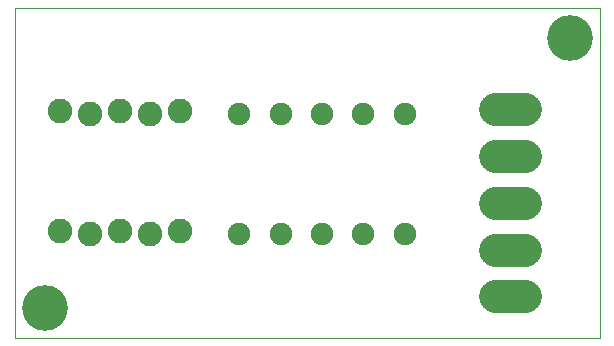
<source format=gbs>
G75*
%MOIN*%
%OFA0B0*%
%FSLAX25Y25*%
%IPPOS*%
%LPD*%
%AMOC8*
5,1,8,0,0,1.08239X$1,22.5*
%
%ADD10C,0.00000*%
%ADD11C,0.15200*%
%ADD12C,0.10839*%
%ADD13C,0.08200*%
%ADD14C,0.07493*%
D10*
X0001500Y0003333D02*
X0001500Y0113333D01*
X0196500Y0113333D01*
X0196500Y0003333D01*
X0001500Y0003333D01*
X0004300Y0013333D02*
X0004302Y0013510D01*
X0004309Y0013686D01*
X0004320Y0013863D01*
X0004335Y0014039D01*
X0004354Y0014214D01*
X0004378Y0014389D01*
X0004406Y0014564D01*
X0004438Y0014738D01*
X0004475Y0014911D01*
X0004516Y0015082D01*
X0004561Y0015253D01*
X0004610Y0015423D01*
X0004663Y0015592D01*
X0004721Y0015759D01*
X0004782Y0015924D01*
X0004848Y0016088D01*
X0004918Y0016251D01*
X0004991Y0016411D01*
X0005069Y0016570D01*
X0005150Y0016727D01*
X0005235Y0016882D01*
X0005324Y0017035D01*
X0005417Y0017185D01*
X0005513Y0017333D01*
X0005613Y0017479D01*
X0005717Y0017622D01*
X0005824Y0017763D01*
X0005934Y0017901D01*
X0006048Y0018036D01*
X0006165Y0018168D01*
X0006285Y0018298D01*
X0006409Y0018424D01*
X0006535Y0018548D01*
X0006665Y0018668D01*
X0006797Y0018785D01*
X0006932Y0018899D01*
X0007070Y0019009D01*
X0007211Y0019116D01*
X0007354Y0019220D01*
X0007500Y0019320D01*
X0007648Y0019416D01*
X0007798Y0019509D01*
X0007951Y0019598D01*
X0008106Y0019683D01*
X0008263Y0019764D01*
X0008422Y0019842D01*
X0008582Y0019915D01*
X0008745Y0019985D01*
X0008909Y0020051D01*
X0009074Y0020112D01*
X0009241Y0020170D01*
X0009410Y0020223D01*
X0009580Y0020272D01*
X0009751Y0020317D01*
X0009922Y0020358D01*
X0010095Y0020395D01*
X0010269Y0020427D01*
X0010444Y0020455D01*
X0010619Y0020479D01*
X0010794Y0020498D01*
X0010970Y0020513D01*
X0011147Y0020524D01*
X0011323Y0020531D01*
X0011500Y0020533D01*
X0011677Y0020531D01*
X0011853Y0020524D01*
X0012030Y0020513D01*
X0012206Y0020498D01*
X0012381Y0020479D01*
X0012556Y0020455D01*
X0012731Y0020427D01*
X0012905Y0020395D01*
X0013078Y0020358D01*
X0013249Y0020317D01*
X0013420Y0020272D01*
X0013590Y0020223D01*
X0013759Y0020170D01*
X0013926Y0020112D01*
X0014091Y0020051D01*
X0014255Y0019985D01*
X0014418Y0019915D01*
X0014578Y0019842D01*
X0014737Y0019764D01*
X0014894Y0019683D01*
X0015049Y0019598D01*
X0015202Y0019509D01*
X0015352Y0019416D01*
X0015500Y0019320D01*
X0015646Y0019220D01*
X0015789Y0019116D01*
X0015930Y0019009D01*
X0016068Y0018899D01*
X0016203Y0018785D01*
X0016335Y0018668D01*
X0016465Y0018548D01*
X0016591Y0018424D01*
X0016715Y0018298D01*
X0016835Y0018168D01*
X0016952Y0018036D01*
X0017066Y0017901D01*
X0017176Y0017763D01*
X0017283Y0017622D01*
X0017387Y0017479D01*
X0017487Y0017333D01*
X0017583Y0017185D01*
X0017676Y0017035D01*
X0017765Y0016882D01*
X0017850Y0016727D01*
X0017931Y0016570D01*
X0018009Y0016411D01*
X0018082Y0016251D01*
X0018152Y0016088D01*
X0018218Y0015924D01*
X0018279Y0015759D01*
X0018337Y0015592D01*
X0018390Y0015423D01*
X0018439Y0015253D01*
X0018484Y0015082D01*
X0018525Y0014911D01*
X0018562Y0014738D01*
X0018594Y0014564D01*
X0018622Y0014389D01*
X0018646Y0014214D01*
X0018665Y0014039D01*
X0018680Y0013863D01*
X0018691Y0013686D01*
X0018698Y0013510D01*
X0018700Y0013333D01*
X0018698Y0013156D01*
X0018691Y0012980D01*
X0018680Y0012803D01*
X0018665Y0012627D01*
X0018646Y0012452D01*
X0018622Y0012277D01*
X0018594Y0012102D01*
X0018562Y0011928D01*
X0018525Y0011755D01*
X0018484Y0011584D01*
X0018439Y0011413D01*
X0018390Y0011243D01*
X0018337Y0011074D01*
X0018279Y0010907D01*
X0018218Y0010742D01*
X0018152Y0010578D01*
X0018082Y0010415D01*
X0018009Y0010255D01*
X0017931Y0010096D01*
X0017850Y0009939D01*
X0017765Y0009784D01*
X0017676Y0009631D01*
X0017583Y0009481D01*
X0017487Y0009333D01*
X0017387Y0009187D01*
X0017283Y0009044D01*
X0017176Y0008903D01*
X0017066Y0008765D01*
X0016952Y0008630D01*
X0016835Y0008498D01*
X0016715Y0008368D01*
X0016591Y0008242D01*
X0016465Y0008118D01*
X0016335Y0007998D01*
X0016203Y0007881D01*
X0016068Y0007767D01*
X0015930Y0007657D01*
X0015789Y0007550D01*
X0015646Y0007446D01*
X0015500Y0007346D01*
X0015352Y0007250D01*
X0015202Y0007157D01*
X0015049Y0007068D01*
X0014894Y0006983D01*
X0014737Y0006902D01*
X0014578Y0006824D01*
X0014418Y0006751D01*
X0014255Y0006681D01*
X0014091Y0006615D01*
X0013926Y0006554D01*
X0013759Y0006496D01*
X0013590Y0006443D01*
X0013420Y0006394D01*
X0013249Y0006349D01*
X0013078Y0006308D01*
X0012905Y0006271D01*
X0012731Y0006239D01*
X0012556Y0006211D01*
X0012381Y0006187D01*
X0012206Y0006168D01*
X0012030Y0006153D01*
X0011853Y0006142D01*
X0011677Y0006135D01*
X0011500Y0006133D01*
X0011323Y0006135D01*
X0011147Y0006142D01*
X0010970Y0006153D01*
X0010794Y0006168D01*
X0010619Y0006187D01*
X0010444Y0006211D01*
X0010269Y0006239D01*
X0010095Y0006271D01*
X0009922Y0006308D01*
X0009751Y0006349D01*
X0009580Y0006394D01*
X0009410Y0006443D01*
X0009241Y0006496D01*
X0009074Y0006554D01*
X0008909Y0006615D01*
X0008745Y0006681D01*
X0008582Y0006751D01*
X0008422Y0006824D01*
X0008263Y0006902D01*
X0008106Y0006983D01*
X0007951Y0007068D01*
X0007798Y0007157D01*
X0007648Y0007250D01*
X0007500Y0007346D01*
X0007354Y0007446D01*
X0007211Y0007550D01*
X0007070Y0007657D01*
X0006932Y0007767D01*
X0006797Y0007881D01*
X0006665Y0007998D01*
X0006535Y0008118D01*
X0006409Y0008242D01*
X0006285Y0008368D01*
X0006165Y0008498D01*
X0006048Y0008630D01*
X0005934Y0008765D01*
X0005824Y0008903D01*
X0005717Y0009044D01*
X0005613Y0009187D01*
X0005513Y0009333D01*
X0005417Y0009481D01*
X0005324Y0009631D01*
X0005235Y0009784D01*
X0005150Y0009939D01*
X0005069Y0010096D01*
X0004991Y0010255D01*
X0004918Y0010415D01*
X0004848Y0010578D01*
X0004782Y0010742D01*
X0004721Y0010907D01*
X0004663Y0011074D01*
X0004610Y0011243D01*
X0004561Y0011413D01*
X0004516Y0011584D01*
X0004475Y0011755D01*
X0004438Y0011928D01*
X0004406Y0012102D01*
X0004378Y0012277D01*
X0004354Y0012452D01*
X0004335Y0012627D01*
X0004320Y0012803D01*
X0004309Y0012980D01*
X0004302Y0013156D01*
X0004300Y0013333D01*
X0179300Y0103333D02*
X0179302Y0103510D01*
X0179309Y0103686D01*
X0179320Y0103863D01*
X0179335Y0104039D01*
X0179354Y0104214D01*
X0179378Y0104389D01*
X0179406Y0104564D01*
X0179438Y0104738D01*
X0179475Y0104911D01*
X0179516Y0105082D01*
X0179561Y0105253D01*
X0179610Y0105423D01*
X0179663Y0105592D01*
X0179721Y0105759D01*
X0179782Y0105924D01*
X0179848Y0106088D01*
X0179918Y0106251D01*
X0179991Y0106411D01*
X0180069Y0106570D01*
X0180150Y0106727D01*
X0180235Y0106882D01*
X0180324Y0107035D01*
X0180417Y0107185D01*
X0180513Y0107333D01*
X0180613Y0107479D01*
X0180717Y0107622D01*
X0180824Y0107763D01*
X0180934Y0107901D01*
X0181048Y0108036D01*
X0181165Y0108168D01*
X0181285Y0108298D01*
X0181409Y0108424D01*
X0181535Y0108548D01*
X0181665Y0108668D01*
X0181797Y0108785D01*
X0181932Y0108899D01*
X0182070Y0109009D01*
X0182211Y0109116D01*
X0182354Y0109220D01*
X0182500Y0109320D01*
X0182648Y0109416D01*
X0182798Y0109509D01*
X0182951Y0109598D01*
X0183106Y0109683D01*
X0183263Y0109764D01*
X0183422Y0109842D01*
X0183582Y0109915D01*
X0183745Y0109985D01*
X0183909Y0110051D01*
X0184074Y0110112D01*
X0184241Y0110170D01*
X0184410Y0110223D01*
X0184580Y0110272D01*
X0184751Y0110317D01*
X0184922Y0110358D01*
X0185095Y0110395D01*
X0185269Y0110427D01*
X0185444Y0110455D01*
X0185619Y0110479D01*
X0185794Y0110498D01*
X0185970Y0110513D01*
X0186147Y0110524D01*
X0186323Y0110531D01*
X0186500Y0110533D01*
X0186677Y0110531D01*
X0186853Y0110524D01*
X0187030Y0110513D01*
X0187206Y0110498D01*
X0187381Y0110479D01*
X0187556Y0110455D01*
X0187731Y0110427D01*
X0187905Y0110395D01*
X0188078Y0110358D01*
X0188249Y0110317D01*
X0188420Y0110272D01*
X0188590Y0110223D01*
X0188759Y0110170D01*
X0188926Y0110112D01*
X0189091Y0110051D01*
X0189255Y0109985D01*
X0189418Y0109915D01*
X0189578Y0109842D01*
X0189737Y0109764D01*
X0189894Y0109683D01*
X0190049Y0109598D01*
X0190202Y0109509D01*
X0190352Y0109416D01*
X0190500Y0109320D01*
X0190646Y0109220D01*
X0190789Y0109116D01*
X0190930Y0109009D01*
X0191068Y0108899D01*
X0191203Y0108785D01*
X0191335Y0108668D01*
X0191465Y0108548D01*
X0191591Y0108424D01*
X0191715Y0108298D01*
X0191835Y0108168D01*
X0191952Y0108036D01*
X0192066Y0107901D01*
X0192176Y0107763D01*
X0192283Y0107622D01*
X0192387Y0107479D01*
X0192487Y0107333D01*
X0192583Y0107185D01*
X0192676Y0107035D01*
X0192765Y0106882D01*
X0192850Y0106727D01*
X0192931Y0106570D01*
X0193009Y0106411D01*
X0193082Y0106251D01*
X0193152Y0106088D01*
X0193218Y0105924D01*
X0193279Y0105759D01*
X0193337Y0105592D01*
X0193390Y0105423D01*
X0193439Y0105253D01*
X0193484Y0105082D01*
X0193525Y0104911D01*
X0193562Y0104738D01*
X0193594Y0104564D01*
X0193622Y0104389D01*
X0193646Y0104214D01*
X0193665Y0104039D01*
X0193680Y0103863D01*
X0193691Y0103686D01*
X0193698Y0103510D01*
X0193700Y0103333D01*
X0193698Y0103156D01*
X0193691Y0102980D01*
X0193680Y0102803D01*
X0193665Y0102627D01*
X0193646Y0102452D01*
X0193622Y0102277D01*
X0193594Y0102102D01*
X0193562Y0101928D01*
X0193525Y0101755D01*
X0193484Y0101584D01*
X0193439Y0101413D01*
X0193390Y0101243D01*
X0193337Y0101074D01*
X0193279Y0100907D01*
X0193218Y0100742D01*
X0193152Y0100578D01*
X0193082Y0100415D01*
X0193009Y0100255D01*
X0192931Y0100096D01*
X0192850Y0099939D01*
X0192765Y0099784D01*
X0192676Y0099631D01*
X0192583Y0099481D01*
X0192487Y0099333D01*
X0192387Y0099187D01*
X0192283Y0099044D01*
X0192176Y0098903D01*
X0192066Y0098765D01*
X0191952Y0098630D01*
X0191835Y0098498D01*
X0191715Y0098368D01*
X0191591Y0098242D01*
X0191465Y0098118D01*
X0191335Y0097998D01*
X0191203Y0097881D01*
X0191068Y0097767D01*
X0190930Y0097657D01*
X0190789Y0097550D01*
X0190646Y0097446D01*
X0190500Y0097346D01*
X0190352Y0097250D01*
X0190202Y0097157D01*
X0190049Y0097068D01*
X0189894Y0096983D01*
X0189737Y0096902D01*
X0189578Y0096824D01*
X0189418Y0096751D01*
X0189255Y0096681D01*
X0189091Y0096615D01*
X0188926Y0096554D01*
X0188759Y0096496D01*
X0188590Y0096443D01*
X0188420Y0096394D01*
X0188249Y0096349D01*
X0188078Y0096308D01*
X0187905Y0096271D01*
X0187731Y0096239D01*
X0187556Y0096211D01*
X0187381Y0096187D01*
X0187206Y0096168D01*
X0187030Y0096153D01*
X0186853Y0096142D01*
X0186677Y0096135D01*
X0186500Y0096133D01*
X0186323Y0096135D01*
X0186147Y0096142D01*
X0185970Y0096153D01*
X0185794Y0096168D01*
X0185619Y0096187D01*
X0185444Y0096211D01*
X0185269Y0096239D01*
X0185095Y0096271D01*
X0184922Y0096308D01*
X0184751Y0096349D01*
X0184580Y0096394D01*
X0184410Y0096443D01*
X0184241Y0096496D01*
X0184074Y0096554D01*
X0183909Y0096615D01*
X0183745Y0096681D01*
X0183582Y0096751D01*
X0183422Y0096824D01*
X0183263Y0096902D01*
X0183106Y0096983D01*
X0182951Y0097068D01*
X0182798Y0097157D01*
X0182648Y0097250D01*
X0182500Y0097346D01*
X0182354Y0097446D01*
X0182211Y0097550D01*
X0182070Y0097657D01*
X0181932Y0097767D01*
X0181797Y0097881D01*
X0181665Y0097998D01*
X0181535Y0098118D01*
X0181409Y0098242D01*
X0181285Y0098368D01*
X0181165Y0098498D01*
X0181048Y0098630D01*
X0180934Y0098765D01*
X0180824Y0098903D01*
X0180717Y0099044D01*
X0180613Y0099187D01*
X0180513Y0099333D01*
X0180417Y0099481D01*
X0180324Y0099631D01*
X0180235Y0099784D01*
X0180150Y0099939D01*
X0180069Y0100096D01*
X0179991Y0100255D01*
X0179918Y0100415D01*
X0179848Y0100578D01*
X0179782Y0100742D01*
X0179721Y0100907D01*
X0179663Y0101074D01*
X0179610Y0101243D01*
X0179561Y0101413D01*
X0179516Y0101584D01*
X0179475Y0101755D01*
X0179438Y0101928D01*
X0179406Y0102102D01*
X0179378Y0102277D01*
X0179354Y0102452D01*
X0179335Y0102627D01*
X0179320Y0102803D01*
X0179309Y0102980D01*
X0179302Y0103156D01*
X0179300Y0103333D01*
D11*
X0186500Y0103333D03*
X0011500Y0013333D03*
D12*
X0161480Y0017152D02*
X0171520Y0017152D01*
X0171520Y0032743D02*
X0161480Y0032743D01*
X0161480Y0048333D02*
X0171520Y0048333D01*
X0171520Y0063924D02*
X0161480Y0063924D01*
X0161480Y0079514D02*
X0171520Y0079514D01*
D13*
X0056500Y0078833D03*
X0046500Y0077833D03*
X0036500Y0078833D03*
X0026500Y0077833D03*
X0016500Y0078833D03*
X0016500Y0038833D03*
X0026500Y0037833D03*
X0036500Y0038833D03*
X0046500Y0037833D03*
X0056500Y0038833D03*
D14*
X0076441Y0037940D03*
X0090220Y0037940D03*
X0104000Y0037940D03*
X0117780Y0037940D03*
X0131559Y0037940D03*
X0131559Y0077940D03*
X0117780Y0077940D03*
X0104000Y0077940D03*
X0090220Y0077940D03*
X0076441Y0077940D03*
M02*

</source>
